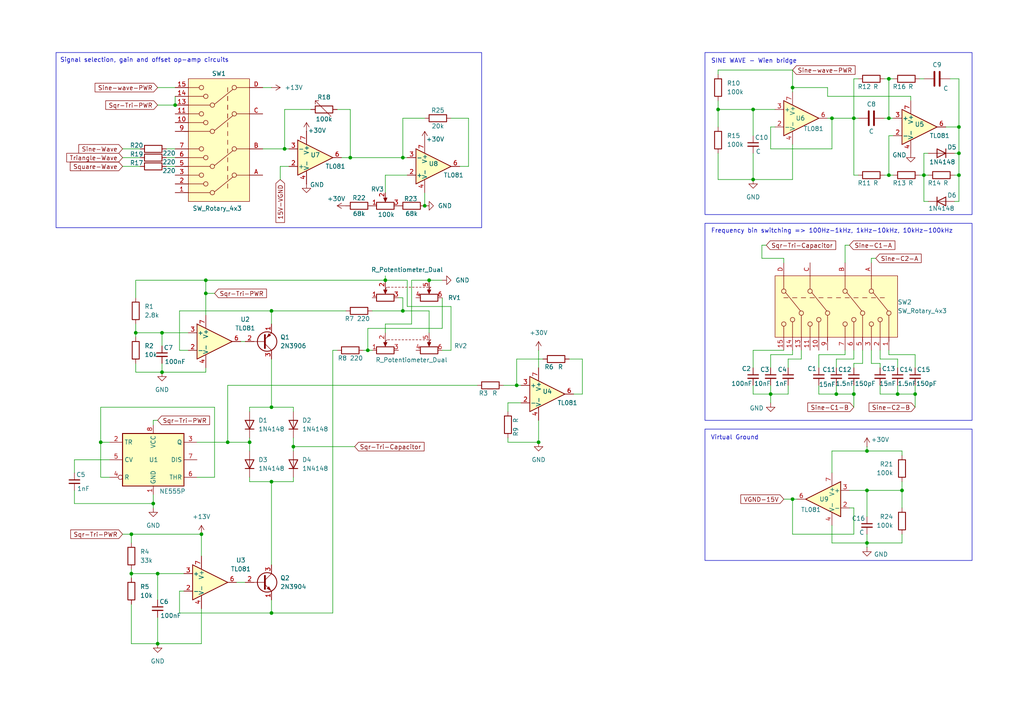
<source format=kicad_sch>
(kicad_sch (version 20250114) (generator "eeschema") (generator_version "9.0")
  (paper "A4")
  (title_block (title "E-Design 344 Analog Signal Generator Project") (date "2025-09-15") (rev "0.1") (company "BFJ KROG 27163296"))
  (lib_symbols
    (symbol "Amplifier_Operational:TL081" (pin_names (offset 0.127))
      (property "Reference" "U4" (at 0 0.762 0))
      (property "Value" "TL081" (at 5.842 -2.54 0))
      (symbol "TL081_1_1"
        (pin input line (at -7.62 2.54 0) (length 2.54) (name "+") (number "3"))
        (pin input line (at -7.62 -2.54 0) (length 2.54) (name "-") (number "2"))
        (pin power_in line (at -2.54 7.62 270) (length 3.81) (name "V+") (number "7"))
        (pin power_in line (at -2.54 -7.62 90) (length 3.81) (name "V-") (number "4"))
        (pin no_connect line (at 0 2.54 270) (length 2.54) (hide yes) (name "NC") (number "8"))
        (pin output line (at 7.62 0 180) (length 2.54) (name "~") (number "6"))
      )
    )
    (symbol "Device:C" (pin_numbers (hide yes)) (pin_names (offset 0.254))
      (property "Reference" "C" (at 0.635 2.54 0))
      (property "Value" "C" (at 0.635 -2.54 0))
      (symbol "C_1_1"
        (pin passive line (at 0 3.81 270) (length 2.794) (name "~") (number "1"))
        (pin passive line (at 0 -3.81 90) (length 2.794) (name "~") (number "2"))
      )
    )
    (symbol "Device:C_Small" (pin_numbers (hide yes)) (pin_names (offset 0.254) (hide yes))
      (property "Reference" "C" (at 0.254 1.778 0))
      (property "Value" "C_Small" (at 0.254 -2.032 0))
      (symbol "C_Small_1_1"
        (pin passive line (at 0 2.54 270) (length 2.032) (name "~") (number "1"))
        (pin passive line (at 0 -2.54 90) (length 2.032) (name "~") (number "2"))
      )
    )
    (symbol "Device:R" (pin_numbers (hide yes)) (pin_names (offset 0))
      (property "Reference" "R" (at 2.032 0 90))
      (property "Value" "R" (at 0 0 90))
      (symbol "R_1_1"
        (pin passive line (at 0 3.81 270) (length 1.27) (name "~") (number "1"))
        (pin passive line (at 0 -3.81 90) (length 1.27) (name "~") (number "2"))
      )
    )
    (symbol "Device:R_Potentiometer" (pin_names (offset 1.016) (hide yes))
      (property "Reference" "RV" (at -4.445 0 90))
      (property "Value" "R_Potentiometer" (at -2.54 0 90))
      (symbol "R_Potentiometer_1_1"
        (pin passive line (at 0 3.81 270) (length 1.27) (name "1") (number "1"))
        (pin passive line (at 0 -3.81 90) (length 1.27) (name "3") (number "3"))
        (pin passive line (at 3.81 0 180) (length 1.27) (name "2") (number "2"))
      )
    )
    (symbol "Device:R_Potentiometer_Dual" (pin_names (offset 1.016) (hide yes))
      (property "Reference" "RV" (at 0 3.81 0))
      (property "Value" "R_Potentiometer_Dual" (at 0 1.905 0))
      (symbol "R_Potentiometer_Dual_1_1"
        (pin passive line (at -10.16 -2.54 0) (length 1.27) (name "1") (number "1"))
        (pin passive line (at -6.35 2.54 270) (length 2.54) (name "2") (number "2"))
        (pin passive line (at -2.54 -2.54 180) (length 1.27) (name "3") (number "3"))
        (pin passive line (at 2.54 -2.54 0) (length 1.27) (name "4") (number "4"))
        (pin passive line (at 6.35 2.54 270) (length 2.54) (name "5") (number "5"))
        (pin passive line (at 10.16 -2.54 180) (length 1.27) (name "6") (number "6"))
      )
    )
    (symbol "Device:R_Variable" (pin_numbers (hide yes)) (pin_names (offset 0))
      (property "Reference" "R" (at 2.54 -2.54 90))
      (property "Value" "R_Variable" (at -2.54 -1.27 90))
      (symbol "R_Variable_1_1"
        (pin passive line (at 0 3.81 270) (length 1.27) (name "~") (number "1"))
        (pin passive line (at 0 -3.81 90) (length 1.27) (name "~") (number "2"))
      )
    )
    (symbol "Diode:1N4148" (pin_numbers (hide yes)) (pin_names (hide yes))
      (property "Reference" "D" (at 0 2.54 0))
      (property "Value" "1N4148" (at 0 -2.54 0))
      (symbol "1N4148_1_1"
        (pin passive line (at -3.81 0 0) (length 2.54) (name "K") (number "1"))
        (pin passive line (at 3.81 0 180) (length 2.54) (name "A") (number "2"))
      )
    )
    (symbol "Switch:SW_Rotary_2x6" (pin_names (offset 1.016) (hide yes))
      (property "Reference" "SW2" (at -1.2701 17.78 90))
      (property "Value" "SW_Rotary_4x3" (at 1.2699 17.78 90))
      (symbol "SW_Rotary_2x6_1_1"
        (pin passive line (at -12.7 10.16 0) (length 3.81) (name "A") (number "A"))
        (pin passive line (at -12.7 2.54 0) (length 3.81) (name "B") (number "B"))
        (pin passive line (at -12.7 -7.62 0) (length 3.81) (name "C") (number "C"))
        (pin passive line (at -12.7 -15.24 0) (length 3.81) (name "D") (number "D"))
        (pin passive line (at 12.7 15.24 180) (length 3.81) (name "1") (number "1"))
        (pin passive line (at 12.7 12.7 180) (length 3.81) (name "2") (number "2"))
        (pin passive line (at 12.7 10.16 180) (length 3.81) (name "3") (number "3"))
        (pin passive line (at 12.7 7.62 180) (length 3.81) (name "1") (number "5"))
        (pin passive line (at 12.7 5.08 180) (length 3.81) (name "2") (number "6"))
        (pin passive line (at 12.7 2.54 180) (length 3.81) (name "3") (number "7"))
        (pin passive line (at 12.7 -2.54 180) (length 3.81) (name "1") (number "9"))
        (pin passive line (at 12.7 -5.08 180) (length 3.81) (name "2") (number "10"))
        (pin passive line (at 12.7 -7.62 180) (length 3.81) (name "3") (number "11"))
        (pin passive line (at 12.7 -10.16 180) (length 3.81) (name "1") (number "13"))
        (pin passive line (at 12.7 -12.7 180) (length 3.81) (name "2") (number "14"))
        (pin passive line (at 12.7 -15.24 180) (length 3.81) (name "3") (number "15"))
      )
    )
    (symbol "TL081_1" (pin_names (offset 0.127))
      (property "Reference" "U3" (at 8.89 6.4202 0))
      (property "Value" "TL081" (at 8.89 3.8802 0))
      (symbol "TL081_1_1_1"
        (pin input line (at -7.62 2.54 0) (length 2.54) (name "+") (number "3"))
        (pin input line (at -7.62 -2.54 0) (length 2.54) (name "-") (number "2"))
        (pin power_in line (at -2.54 7.62 270) (length 3.81) (name "V+") (number "7"))
        (pin power_in line (at -2.54 -7.62 90) (length 3.81) (name "V-") (number "4"))
        (pin no_connect line (at 0 2.54 270) (length 2.54) (hide yes) (name "NC") (number "8"))
        (pin output line (at 7.62 0 180) (length 2.54) (name "~") (number "6"))
      )
    )
    (symbol "TL081_2" (pin_names (offset 0.127))
      (property "Reference" "U2" (at 8.89 6.4202 0))
      (property "Value" "TL081" (at 8.89 3.8802 0))
      (symbol "TL081_2_1_1"
        (pin input line (at -7.62 2.54 0) (length 2.54) (name "+") (number "3"))
        (pin input line (at -7.62 -2.54 0) (length 2.54) (name "-") (number "2"))
        (pin power_in line (at -2.54 7.62 270) (length 3.81) (name "V+") (number "7"))
        (pin power_in line (at -2.54 -7.62 90) (length 3.81) (name "V-") (number "4"))
        (pin no_connect line (at 0 2.54 270) (length 2.54) (hide yes) (name "NC") (number "8"))
        (pin output line (at 7.62 0 180) (length 2.54) (name "~") (number "6"))
      )
    )
    (symbol "TL081_3" (pin_names (offset 0.127))
      (property "Reference" "U7" (at 0 0.762 0))
      (property "Value" "TL081" (at 5.842 -2.54 0))
      (symbol "TL081_3_1_1"
        (pin input line (at -7.62 2.54 0) (length 2.54) (name "-") (number "3"))
        (pin input line (at -7.62 -2.54 0) (length 2.54) (name "+") (number "2"))
        (pin power_in line (at -2.54 7.62 270) (length 3.81) (name "V+") (number "7"))
        (pin power_in line (at -2.54 -7.62 90) (length 3.81) (name "V-") (number "4"))
        (pin no_connect line (at 0 2.54 270) (length 2.54) (hide yes) (name "NC") (number "8"))
        (pin output line (at 7.62 0 180) (length 2.54) (name "~") (number "6"))
      )
    )
    (symbol "Timer:NE555P"
      (property "Reference" "U" (at -10.16 8.89 0))
      (property "Value" "NE555P" (at 2.54 8.89 0))
      (symbol "NE555P_0_0"
        (pin power_in line (at 0 10.16 270) (length 2.54) (name "VCC") (number "8"))
        (pin power_in line (at 0 -10.16 90) (length 2.54) (name "GND") (number "1"))
      )
      (symbol "NE555P_1_1"
        (pin input line (at -12.7 5.08 0) (length 3.81) (name "TR") (number "2"))
        (pin input line (at -12.7 0 0) (length 3.81) (name "CV") (number "5"))
        (pin input inverted (at -12.7 -5.08 0) (length 3.81) (name "R") (number "4"))
        (pin output line (at 12.7 5.08 180) (length 3.81) (name "Q") (number "3"))
        (pin input line (at 12.7 0 180) (length 3.81) (name "DIS") (number "7"))
        (pin input line (at 12.7 -5.08 180) (length 3.81) (name "THR") (number "6"))
      )
    )
    (symbol "Transistor_BJT:2N3904" (pin_names (offset 0) (hide yes))
      (property "Reference" "Q" (at 5.08 1.905 0))
      (property "Value" "2N3904" (at 5.08 0 0))
      (symbol "2N3904_1_1"
        (pin input line (at -5.08 0 0) (length 2.54) (name "B") (number "2"))
        (pin passive line (at 2.54 5.08 270) (length 2.54) (name "C") (number "3"))
        (pin passive line (at 2.54 -5.08 90) (length 2.54) (name "E") (number "1"))
      )
    )
    (symbol "Transistor_BJT:2N3906" (pin_names (offset 0) (hide yes))
      (property "Reference" "Q" (at 5.08 1.905 0))
      (property "Value" "2N3906" (at 5.08 0 0))
      (symbol "2N3906_1_1"
        (pin input line (at -5.08 0 0) (length 2.54) (name "B") (number "2"))
        (pin passive line (at 2.54 5.08 270) (length 2.54) (name "C") (number "3"))
        (pin passive line (at 2.54 -5.08 90) (length 2.54) (name "E") (number "1"))
      )
    )
    (symbol "power:+15V" (power) (pin_numbers (hide yes)) (pin_names (offset 0) (hide yes))
      (property "Value" "+15V" (at 0 3.556 0))
      (symbol "+15V_1_1"
        (pin power_in line (at 0 0 90) (length 0) (name "~") (number "1"))
      )
    )
    (symbol "power:+36V" (power) (pin_numbers (hide yes)) (pin_names (offset 0) (hide yes))
      (property "Value" "+36V" (at 0 3.556 0))
      (symbol "+36V_1_1"
        (pin power_in line (at 0 0 90) (length 0) (name "~") (number "1"))
      )
    )
    (symbol "power:GND" (power) (pin_numbers (hide yes)) (pin_names (offset 0) (hide yes))
      (property "Value" "GND" (at 0 -3.81 0))
      (symbol "GND_1_1"
        (pin power_in line (at 0 0 270) (length 0) (name "~") (number "1"))
      )
    )
  )
  (rectangle (start 204.47 15.24) (end 281.94 62.23))
  (rectangle (start 204.47 124.46) (end 281.94 162.56))
  (rectangle (start 16.256 15.24) (end 139.7 66.04))
  (rectangle (start 204.47 64.77) (end 281.94 121.92))
  (text "Frequency bin switching => 100Hz-1kHz, 1kHz-10kHz, 10kHz-100kHz" (at 241.3 67.056 0) (effects (font (size 1.27 1.27))))
  (text "Signal selection, gain and offset op-amp circuits" (at 41.91 17.526 0) (effects (font (size 1.27 1.27))))
  (text "Virtual Ground" (at 213.106 127 0) (effects (font (size 1.27 1.27))))
  (text "SINE WAVE - Wien bridge" (at 218.694 17.78 0) (effects (font (size 1.27 1.27))))
  (junction (at 85.09 129.54))
  (junction (at 257.81 22.86))
  (junction (at 44.45 146.05))
  (junction (at 241.3 34.29))
  (junction (at 78.74 118.11))
  (junction (at 278.13 50.8))
  (junction (at 261.62 142.24))
  (junction (at 265.43 114.3))
  (junction (at 278.13 44.45))
  (junction (at 59.69 81.28))
  (junction (at 278.13 36.83))
  (junction (at 123.19 59.69))
  (junction (at 72.39 128.27))
  (junction (at 46.99 107.95))
  (junction (at 247.65 114.3))
  (junction (at 218.44 52.07))
  (junction (at 78.74 90.17))
  (junction (at 78.74 177.8))
  (junction (at 116.84 90.17))
  (junction (at 29.21 128.27))
  (junction (at 106.68 101.6))
  (junction (at 101.6 45.72))
  (junction (at 46.99 96.52))
  (junction (at 78.74 139.7))
  (junction (at 82.55 43.18))
  (junction (at 58.42 154.94))
  (junction (at 156.21 128.27))
  (junction (at 229.87 144.78))
  (junction (at 116.84 45.72))
  (junction (at 257.81 34.29))
  (junction (at 223.52 114.3))
  (junction (at 38.1 154.94))
  (junction (at 66.04 128.27))
  (junction (at 59.69 85.09))
  (junction (at 251.46 130.81))
  (junction (at 38.1 166.37))
  (junction (at 257.81 50.8))
  (junction (at 229.87 25.4))
  (junction (at 149.86 111.76))
  (junction (at 251.46 157.48))
  (junction (at 111.76 81.28))
  (junction (at 218.44 31.75))
  (junction (at 124.46 81.28))
  (junction (at 45.72 186.69))
  (junction (at 251.46 142.24))
  (junction (at 267.97 50.8))
  (junction (at 39.37 96.52))
  (junction (at 45.72 166.37))
  (junction (at 242.57 114.3))
  (junction (at 247.65 34.29))
  (junction (at 50.8 30.48))
  (junction (at 260.35 114.3))
  (junction (at 208.28 31.75))
  (wire (pts (xy 220.98 71.12) (xy 222.25 71.12)))
  (wire (pts (xy 257.81 34.29) (xy 259.08 34.29)))
  (wire (pts (xy 45.72 166.37) (xy 53.34 166.37)))
  (wire (pts (xy 251.46 142.24) (xy 251.46 149.86)))
  (wire (pts (xy 242.57 114.3) (xy 247.65 114.3)))
  (wire (pts (xy 72.39 127) (xy 72.39 128.27)))
  (wire (pts (xy 97.79 31.75) (xy 101.6 31.75)))
  (wire (pts (xy 266.7 50.8) (xy 267.97 50.8)))
  (wire (pts (xy 48.26 43.18) (xy 50.8 43.18)))
  (wire (pts (xy 116.84 34.29) (xy 116.84 45.72)))
  (wire (pts (xy 38.1 154.94) (xy 38.1 157.48)))
  (wire (pts (xy 241.3 34.29) (xy 241.3 43.18)))
  (wire (pts (xy 208.28 20.32) (xy 208.28 21.59)))
  (wire (pts (xy 241.3 34.29) (xy 240.03 34.29)))
  (wire (pts (xy 223.52 102.87) (xy 229.87 102.87)))
  (wire (pts (xy 38.1 154.94) (xy 58.42 154.94)))
  (wire (pts (xy 62.23 118.11) (xy 62.23 138.43)))
  (wire (pts (xy 240.03 27.94) (xy 264.16 27.94)))
  (wire (pts (xy 251.46 142.24) (xy 261.62 142.24)))
  (wire (pts (xy 39.37 81.28) (xy 59.69 81.28)))
  (wire (pts (xy 257.81 39.37) (xy 257.81 50.8)))
  (wire (pts (xy 278.13 44.45) (xy 276.86 44.45)))
  (wire (pts (xy 44.45 121.92) (xy 44.45 123.19)))
  (wire (pts (xy 246.38 71.12) (xy 245.11 71.12)))
  (wire (pts (xy 35.56 154.94) (xy 38.1 154.94)))
  (wire (pts (xy 111.76 96.52) (xy 111.76 93.98)))
  (wire (pts (xy 46.99 96.52) (xy 46.99 100.33)))
  (wire (pts (xy 274.32 36.83) (xy 278.13 36.83)))
  (wire (pts (xy 247.65 22.86) (xy 247.65 34.29)))
  (wire (pts (xy 278.13 22.86) (xy 278.13 36.83)))
  (wire (pts (xy 276.86 50.8) (xy 278.13 50.8)))
  (wire (pts (xy 78.74 177.8) (xy 52.07 177.8)))
  (wire (pts (xy 39.37 105.41) (xy 39.37 107.95)))
  (wire (pts (xy 35.56 43.18) (xy 40.64 43.18)))
  (wire (pts (xy 246.38 147.32) (xy 247.65 147.32)))
  (wire (pts (xy 247.65 106.68) (xy 247.65 105.41)))
  (wire (pts (xy 135.89 48.26) (xy 133.35 48.26)))
  (wire (pts (xy 227.33 76.2) (xy 227.33 74.93)))
  (wire (pts (xy 246.38 142.24) (xy 251.46 142.24)))
  (wire (pts (xy 208.28 31.75) (xy 218.44 31.75)))
  (wire (pts (xy 267.97 50.8) (xy 267.97 58.42)))
  (wire (pts (xy 276.86 58.42) (xy 278.13 58.42)))
  (wire (pts (xy 116.84 90.17) (xy 124.46 90.17)))
  (wire (pts (xy 45.72 25.4) (xy 50.8 25.4)))
  (wire (pts (xy 255.27 104.14) (xy 260.35 104.14)))
  (wire (pts (xy 261.62 139.7) (xy 261.62 142.24)))
  (wire (pts (xy 53.34 171.45) (xy 52.07 171.45)))
  (wire (pts (xy 66.04 128.27) (xy 72.39 128.27)))
  (wire (pts (xy 44.45 146.05) (xy 44.45 147.32)))
  (wire (pts (xy 247.65 105.41) (xy 250.19 105.41)))
  (wire (pts (xy 130.81 101.6) (xy 128.27 101.6)))
  (wire (pts (xy 257.81 22.86) (xy 257.81 34.29)))
  (wire (pts (xy 260.35 111.76) (xy 260.35 114.3)))
  (wire (pts (xy 85.09 129.54) (xy 102.87 129.54)))
  (wire (pts (xy 245.11 101.6) (xy 245.11 102.87)))
  (wire (pts (xy 44.45 146.05) (xy 44.45 143.51)))
  (wire (pts (xy 31.75 138.43) (xy 29.21 138.43)))
  (wire (pts (xy 45.72 179.07) (xy 45.72 186.69)))
  (wire (pts (xy 149.86 104.14) (xy 149.86 111.76)))
  (wire (pts (xy 229.87 20.32) (xy 229.87 25.4)))
  (wire (pts (xy 81.28 52.07) (xy 81.28 48.26)))
  (wire (pts (xy 96.52 101.6) (xy 96.52 177.8)))
  (wire (pts (xy 265.43 102.87) (xy 265.43 106.68)))
  (wire (pts (xy 269.24 44.45) (xy 267.97 44.45)))
  (wire (pts (xy 46.99 107.95) (xy 59.69 107.95)))
  (wire (pts (xy 118.11 81.28) (xy 118.11 88.9)))
  (wire (pts (xy 82.55 31.75) (xy 90.17 31.75)))
  (wire (pts (xy 248.92 22.86) (xy 247.65 22.86)))
  (wire (pts (xy 72.39 118.11) (xy 72.39 119.38)))
  (wire (pts (xy 251.46 157.48) (xy 241.3 157.48)))
  (wire (pts (xy 111.76 81.28) (xy 59.69 81.28)))
  (wire (pts (xy 130.81 88.9) (xy 130.81 101.6)))
  (wire (pts (xy 229.87 144.78) (xy 229.87 154.94)))
  (wire (pts (xy 52.07 171.45) (xy 52.07 177.8)))
  (wire (pts (xy 218.44 44.45) (xy 218.44 52.07)))
  (wire (pts (xy 45.72 30.48) (xy 50.8 30.48)))
  (wire (pts (xy 45.72 166.37) (xy 45.72 173.99)))
  (wire (pts (xy 35.56 45.72) (xy 40.64 45.72)))
  (wire (pts (xy 242.57 104.14) (xy 242.57 106.68)))
  (wire (pts (xy 46.99 105.41) (xy 46.99 107.95)))
  (wire (pts (xy 78.74 139.7) (xy 85.09 139.7)))
  (wire (pts (xy 116.84 34.29) (xy 123.19 34.29)))
  (wire (pts (xy 78.74 118.11) (xy 72.39 118.11)))
  (wire (pts (xy 255.27 105.41) (xy 252.73 105.41)))
  (wire (pts (xy 52.07 101.6) (xy 52.07 90.17)))
  (wire (pts (xy 106.68 95.25) (xy 106.68 101.6)))
  (wire (pts (xy 247.65 147.32) (xy 247.65 154.94)))
  (wire (pts (xy 59.69 85.09) (xy 62.23 85.09)))
  (wire (pts (xy 128.27 95.25) (xy 106.68 95.25)))
  (wire (pts (xy 261.62 130.81) (xy 251.46 130.81)))
  (wire (pts (xy 85.09 138.43) (xy 85.09 139.7)))
  (wire (pts (xy 96.52 101.6) (xy 97.79 101.6)))
  (wire (pts (xy 72.39 139.7) (xy 78.74 139.7)))
  (wire (pts (xy 245.11 71.12) (xy 245.11 76.2)))
  (wire (pts (xy 39.37 96.52) (xy 39.37 97.79)))
  (wire (pts (xy 228.6 114.3) (xy 228.6 111.76)))
  (wire (pts (xy 48.26 48.26) (xy 50.8 48.26)))
  (wire (pts (xy 208.28 31.75) (xy 208.28 36.83)))
  (wire (pts (xy 208.28 20.32) (xy 229.87 20.32)))
  (wire (pts (xy 123.19 55.88) (xy 123.19 59.69)))
  (wire (pts (xy 248.92 50.8) (xy 247.65 50.8)))
  (wire (pts (xy 229.87 144.78) (xy 231.14 144.78)))
  (wire (pts (xy 39.37 81.28) (xy 39.37 86.36)))
  (wire (pts (xy 278.13 58.42) (xy 278.13 50.8)))
  (wire (pts (xy 72.39 138.43) (xy 72.39 139.7)))
  (wire (pts (xy 255.27 114.3) (xy 260.35 114.3)))
  (wire (pts (xy 252.73 74.93) (xy 252.73 76.2)))
  (wire (pts (xy 242.57 111.76) (xy 242.57 114.3)))
  (wire (pts (xy 265.43 114.3) (xy 265.43 111.76)))
  (wire (pts (xy 46.99 107.95) (xy 39.37 107.95)))
  (wire (pts (xy 165.1 104.14) (xy 168.91 104.14)))
  (wire (pts (xy 135.89 34.29) (xy 135.89 48.26)))
  (wire (pts (xy 147.32 119.38) (xy 147.32 116.84)))
  (wire (pts (xy 218.44 52.07) (xy 229.87 52.07)))
  (wire (pts (xy 256.54 50.8) (xy 257.81 50.8)))
  (wire (pts (xy 106.68 101.6) (xy 107.95 101.6)))
  (wire (pts (xy 223.52 106.68) (xy 223.52 102.87)))
  (wire (pts (xy 218.44 31.75) (xy 224.79 31.75)))
  (wire (pts (xy 237.49 114.3) (xy 242.57 114.3)))
  (wire (pts (xy 250.19 105.41) (xy 250.19 101.6)))
  (wire (pts (xy 208.28 44.45) (xy 208.28 52.07)))
  (wire (pts (xy 119.38 93.98) (xy 119.38 81.28)))
  (wire (pts (xy 278.13 36.83) (xy 278.13 44.45)))
  (wire (pts (xy 111.76 93.98) (xy 119.38 93.98)))
  (wire (pts (xy 275.59 22.86) (xy 278.13 22.86)))
  (wire (pts (xy 240.03 25.4) (xy 240.03 27.94)))
  (wire (pts (xy 128.27 86.36) (xy 128.27 95.25)))
  (wire (pts (xy 255.27 111.76) (xy 255.27 114.3)))
  (wire (pts (xy 229.87 41.91) (xy 229.87 52.07)))
  (wire (pts (xy 224.79 36.83) (xy 223.52 36.83)))
  (wire (pts (xy 107.95 90.17) (xy 116.84 90.17)))
  (wire (pts (xy 45.72 186.69) (xy 38.1 186.69)))
  (wire (pts (xy 38.1 165.1) (xy 38.1 166.37)))
  (wire (pts (xy 156.21 101.6) (xy 156.21 106.68)))
  (wire (pts (xy 218.44 31.75) (xy 218.44 39.37)))
  (wire (pts (xy 59.69 85.09) (xy 59.69 91.44)))
  (wire (pts (xy 119.38 81.28) (xy 124.46 81.28)))
  (wire (pts (xy 118.11 88.9) (xy 130.81 88.9)))
  (wire (pts (xy 251.46 158.75) (xy 251.46 157.48)))
  (wire (pts (xy 29.21 118.11) (xy 29.21 128.27)))
  (wire (pts (xy 111.76 80.01) (xy 111.76 81.28)))
  (wire (pts (xy 256.54 34.29) (xy 257.81 34.29)))
  (wire (pts (xy 247.65 114.3) (xy 247.65 111.76)))
  (wire (pts (xy 208.28 29.21) (xy 208.28 31.75)))
  (wire (pts (xy 261.62 130.81) (xy 261.62 132.08)))
  (wire (pts (xy 111.76 55.88) (xy 111.76 50.8)))
  (wire (pts (xy 264.16 27.94) (xy 264.16 29.21)))
  (wire (pts (xy 261.62 142.24) (xy 261.62 147.32)))
  (wire (pts (xy 66.04 128.27) (xy 66.04 111.76)))
  (wire (pts (xy 149.86 104.14) (xy 157.48 104.14)))
  (wire (pts (xy 85.09 119.38) (xy 85.09 118.11)))
  (wire (pts (xy 82.55 43.18) (xy 83.82 43.18)))
  (wire (pts (xy 35.56 48.26) (xy 40.64 48.26)))
  (wire (pts (xy 146.05 111.76) (xy 149.86 111.76)))
  (wire (pts (xy 255.27 106.68) (xy 255.27 105.41)))
  (wire (pts (xy 149.86 111.76) (xy 151.13 111.76)))
  (wire (pts (xy 76.2 25.4) (xy 78.74 25.4)))
  (wire (pts (xy 257.81 39.37) (xy 259.08 39.37)))
  (wire (pts (xy 78.74 104.14) (xy 78.74 118.11)))
  (wire (pts (xy 46.99 96.52) (xy 54.61 96.52)))
  (wire (pts (xy 267.97 44.45) (xy 267.97 50.8)))
  (wire (pts (xy 229.87 102.87) (xy 229.87 101.6)))
  (wire (pts (xy 257.81 101.6) (xy 257.81 102.87)))
  (wire (pts (xy 58.42 154.94) (xy 58.42 161.29)))
  (wire (pts (xy 116.84 45.72) (xy 118.11 45.72)))
  (wire (pts (xy 247.65 101.6) (xy 247.65 104.14)))
  (wire (pts (xy 255.27 101.6) (xy 255.27 104.14)))
  (wire (pts (xy 168.91 114.3) (xy 166.37 114.3)))
  (wire (pts (xy 257.81 22.86) (xy 259.08 22.86)))
  (wire (pts (xy 21.59 142.24) (xy 21.59 146.05)))
  (wire (pts (xy 257.81 50.8) (xy 259.08 50.8)))
  (wire (pts (xy 124.46 90.17) (xy 124.46 96.52)))
  (wire (pts (xy 111.76 81.28) (xy 118.11 81.28)))
  (wire (pts (xy 39.37 96.52) (xy 46.99 96.52)))
  (wire (pts (xy 265.43 114.3) (xy 265.43 118.11)))
  (wire (pts (xy 252.73 101.6) (xy 252.73 105.41)))
  (wire (pts (xy 52.07 90.17) (xy 78.74 90.17)))
  (wire (pts (xy 54.61 101.6) (xy 52.07 101.6)))
  (wire (pts (xy 218.44 101.6) (xy 218.44 106.68)))
  (wire (pts (xy 29.21 118.11) (xy 62.23 118.11)))
  (wire (pts (xy 76.2 43.18) (xy 82.55 43.18)))
  (wire (pts (xy 29.21 138.43) (xy 29.21 128.27)))
  (wire (pts (xy 247.65 114.3) (xy 247.65 118.11)))
  (wire (pts (xy 130.81 34.29) (xy 135.89 34.29)))
  (wire (pts (xy 48.26 45.72) (xy 50.8 45.72)))
  (wire (pts (xy 147.32 128.27) (xy 156.21 128.27)))
  (wire (pts (xy 218.44 111.76) (xy 218.44 114.3)))
  (wire (pts (xy 251.46 130.81) (xy 241.3 130.81)))
  (wire (pts (xy 223.52 111.76) (xy 223.52 114.3)))
  (wire (pts (xy 45.72 121.92) (xy 44.45 121.92)))
  (wire (pts (xy 96.52 177.8) (xy 78.74 177.8)))
  (wire (pts (xy 21.59 137.16) (xy 21.59 133.35)))
  (wire (pts (xy 223.52 114.3) (xy 218.44 114.3)))
  (wire (pts (xy 232.41 104.14) (xy 232.41 101.6)))
  (wire (pts (xy 116.84 86.36) (xy 115.57 86.36)))
  (wire (pts (xy 241.3 43.18) (xy 223.52 43.18)))
  (wire (pts (xy 261.62 154.94) (xy 261.62 157.48)))
  (wire (pts (xy 251.46 129.54) (xy 251.46 130.81)))
  (wire (pts (xy 21.59 146.05) (xy 44.45 146.05)))
  (wire (pts (xy 223.52 114.3) (xy 228.6 114.3)))
  (wire (pts (xy 229.87 154.94) (xy 247.65 154.94)))
  (wire (pts (xy 85.09 118.11) (xy 78.74 118.11)))
  (wire (pts (xy 278.13 44.45) (xy 278.13 50.8)))
  (wire (pts (xy 57.15 138.43) (xy 62.23 138.43)))
  (wire (pts (xy 245.11 102.87) (xy 237.49 102.87)))
  (wire (pts (xy 228.6 104.14) (xy 232.41 104.14)))
  (wire (pts (xy 247.65 34.29) (xy 247.65 50.8)))
  (wire (pts (xy 105.41 101.6) (xy 106.68 101.6)))
  (wire (pts (xy 241.3 34.29) (xy 247.65 34.29)))
  (wire (pts (xy 247.65 34.29) (xy 248.92 34.29)))
  (wire (pts (xy 101.6 31.75) (xy 101.6 45.72)))
  (wire (pts (xy 58.42 176.53) (xy 58.42 186.69)))
  (wire (pts (xy 241.3 152.4) (xy 241.3 157.48)))
  (wire (pts (xy 116.84 86.36) (xy 116.84 90.17)))
  (wire (pts (xy 45.72 186.69) (xy 58.42 186.69)))
  (wire (pts (xy 59.69 107.95) (xy 59.69 106.68)))
  (wire (pts (xy 69.85 99.06) (xy 71.12 99.06)))
  (wire (pts (xy 256.54 22.86) (xy 257.81 22.86)))
  (wire (pts (xy 267.97 50.8) (xy 269.24 50.8)))
  (wire (pts (xy 78.74 90.17) (xy 78.74 93.98)))
  (wire (pts (xy 128.27 81.28) (xy 124.46 81.28)))
  (wire (pts (xy 227.33 74.93) (xy 220.98 74.93)))
  (wire (pts (xy 68.58 168.91) (xy 71.12 168.91)))
  (wire (pts (xy 220.98 74.93) (xy 220.98 71.12)))
  (wire (pts (xy 237.49 111.76) (xy 237.49 114.3)))
  (wire (pts (xy 257.81 102.87) (xy 265.43 102.87)))
  (wire (pts (xy 254 74.93) (xy 252.73 74.93)))
  (wire (pts (xy 267.97 58.42) (xy 269.24 58.42)))
  (wire (pts (xy 82.55 31.75) (xy 82.55 43.18)))
  (wire (pts (xy 241.3 130.81) (xy 241.3 137.16)))
  (wire (pts (xy 260.35 114.3) (xy 265.43 114.3)))
  (wire (pts (xy 50.8 27.94) (xy 50.8 30.48)))
  (wire (pts (xy 66.04 111.76) (xy 138.43 111.76)))
  (wire (pts (xy 38.1 175.26) (xy 38.1 186.69)))
  (wire (pts (xy 156.21 121.92) (xy 156.21 128.27)))
  (wire (pts (xy 229.87 25.4) (xy 229.87 26.67)))
  (wire (pts (xy 260.35 104.14) (xy 260.35 106.68)))
  (wire (pts (xy 237.49 102.87) (xy 237.49 106.68)))
  (wire (pts (xy 72.39 128.27) (xy 72.39 130.81)))
  (wire (pts (xy 101.6 45.72) (xy 116.84 45.72)))
  (wire (pts (xy 38.1 166.37) (xy 45.72 166.37)))
  (wire (pts (xy 229.87 25.4) (xy 240.03 25.4)))
  (wire (pts (xy 81.28 48.26) (xy 83.82 48.26)))
  (wire (pts (xy 39.37 93.98) (xy 39.37 96.52)))
  (wire (pts (xy 85.09 129.54) (xy 85.09 130.81)))
  (wire (pts (xy 85.09 127) (xy 85.09 129.54)))
  (wire (pts (xy 251.46 157.48) (xy 261.62 157.48)))
  (wire (pts (xy 223.52 36.83) (xy 223.52 43.18)))
  (wire (pts (xy 29.21 128.27) (xy 31.75 128.27)))
  (wire (pts (xy 78.74 90.17) (xy 100.33 90.17)))
  (wire (pts (xy 147.32 127) (xy 147.32 128.27)))
  (wire (pts (xy 78.74 139.7) (xy 78.74 163.83)))
  (wire (pts (xy 228.6 104.14) (xy 228.6 106.68)))
  (wire (pts (xy 247.65 104.14) (xy 242.57 104.14)))
  (wire (pts (xy 147.32 116.84) (xy 151.13 116.84)))
  (wire (pts (xy 111.76 50.8) (xy 118.11 50.8)))
  (wire (pts (xy 223.52 114.3) (xy 223.52 116.84)))
  (wire (pts (xy 21.59 133.35) (xy 31.75 133.35)))
  (wire (pts (xy 38.1 166.37) (xy 38.1 167.64)))
  (wire (pts (xy 101.6 45.72) (xy 99.06 45.72)))
  (wire (pts (xy 57.15 128.27) (xy 66.04 128.27)))
  (wire (pts (xy 78.74 173.99) (xy 78.74 177.8)))
  (wire (pts (xy 59.69 81.28) (xy 59.69 85.09)))
  (wire (pts (xy 251.46 154.94) (xy 251.46 157.48)))
  (wire (pts (xy 218.44 52.07) (xy 208.28 52.07)))
  (wire (pts (xy 227.33 144.78) (xy 229.87 144.78)))
  (wire (pts (xy 218.44 101.6) (xy 227.33 101.6)))
  (wire (pts (xy 266.7 22.86) (xy 267.97 22.86)))
  (wire (pts (xy 168.91 104.14) (xy 168.91 114.3)))
  (global_label "Square-Wave" (shape input) (at 35.56 48.26 180) (property "Intersheetrefs" "${INTERSHEET_REFS}" (effects (hide yes))))
  (global_label "VGND-15V" (shape input) (at 227.33 144.78 180) (property "Intersheetrefs" "${INTERSHEET_REFS}" (effects (hide yes))))
  (global_label "Sine-wave-PWR" (shape input) (at 45.72 25.4 180) (property "Intersheetrefs" "${INTERSHEET_REFS}" (effects (hide yes))))
  (global_label "Sqr-Tri-PWR" (shape input) (at 45.72 30.48 180) (property "Intersheetrefs" "${INTERSHEET_REFS}" (effects (hide yes))))
  (global_label "Triangle-Wave" (shape input) (at 35.56 45.72 180) (property "Intersheetrefs" "${INTERSHEET_REFS}" (effects (hide yes))))
  (global_label "Sine-C1-A" (shape input) (at 246.38 71.12 0) (property "Intersheetrefs" "${INTERSHEET_REFS}" (effects (hide yes))))
  (global_label "Sine-C2-B" (shape input) (at 265.43 118.11 180) (property "Intersheetrefs" "${INTERSHEET_REFS}" (effects (hide yes))))
  (global_label "Sqr-Tri-Capacitor" (shape input) (at 102.87 129.54 0) (property "Intersheetrefs" "${INTERSHEET_REFS}" (effects (hide yes))))
  (global_label "Sqr-Tri-PWR" (shape input) (at 45.72 121.92 0) (property "Intersheetrefs" "${INTERSHEET_REFS}" (effects (hide yes))))
  (global_label "Sqr-Tri-Capacitor" (shape input) (at 222.25 71.12 0) (property "Intersheetrefs" "${INTERSHEET_REFS}" (effects (hide yes))))
  (global_label "Sine-C1-B" (shape input) (at 247.65 118.11 180) (property "Intersheetrefs" "${INTERSHEET_REFS}" (effects (hide yes))))
  (global_label "15V-VGND" (shape input) (at 81.28 52.07 270) (property "Intersheetrefs" "${INTERSHEET_REFS}" (effects (hide yes))))
  (global_label "Sqr-Tri-PWR" (shape input) (at 35.56 154.94 180) (property "Intersheetrefs" "${INTERSHEET_REFS}" (effects (hide yes))))
  (global_label "Sine-wave-PWR" (shape input) (at 229.87 20.32 0) (property "Intersheetrefs" "${INTERSHEET_REFS}" (effects (hide yes))))
  (global_label "Sqr-Tri-PWR" (shape input) (at 62.23 85.09 0) (property "Intersheetrefs" "${INTERSHEET_REFS}" (effects (hide yes))))
  (global_label "Sine-C2-A" (shape input) (at 254 74.93 0) (property "Intersheetrefs" "${INTERSHEET_REFS}" (effects (hide yes))))
  (global_label "Sine-Wave" (shape input) (at 35.56 43.18 180) (property "Intersheetrefs" "${INTERSHEET_REFS}" (effects (hide yes))))
  (symbol (lib_id "power:GND") (at 128.27 81.28 90) (unit 1)
    (property "Reference" "#PWR09" (effects (hide yes)))
    (property "Value" "GND" (at 132.08 81.2799 90) (effects (justify right)))
    (property "Description" "Power symbol creates a global label with name \"GND\" , ground" (effects (hide yes)))
  )
  (symbol (lib_id "Device:R") (at 273.05 50.8 90) (unit 1)
    (property "Reference" "R14" (at 271.018 53.086 90))
    (property "Value" "R" (at 274.32 53.086 90))
    (property "Description" "Resistor" (effects (hide yes)))
  )
  (symbol (lib_name "TL081_3") (lib_id "Amplifier_Operational:TL081") (at 125.73 48.26 0) (unit 1)
    (property "Reference" "U8" (at 125.73 47.498 0))
    (property "Value" "TL081" (at 131.572 50.8 0))
    (property "Footprint" "Package_DIP:DIP-8_W7.62mm" (effects (hide yes)))
    (property "Datasheet" "http://www.ti.com/lit/ds/symlink/tl081.pdf" (effects (hide yes)))
    (property "Description" "Single JFET-Input Operational Amplifiers, DIP-8/SOIC-8" (effects (hide yes)))
  )
  (symbol (lib_id "Switch:SW_Rotary_2x6") (at 63.5 40.64 180) (unit 1)
    (property "Reference" "SW1" (at 63.5 21.336 0))
    (property "Value" "SW_Rotary_4x3" (at 62.992 60.452 0))
    (property "Datasheet" "http://cdn-reichelt.de/documents/datenblatt/C200/DS-Serie%23LOR.pdf" (effects (hide yes)))
    (property "Description" "4 rotary switch with 3 positions" (effects (hide yes)))
  )
  (symbol (lib_id "Device:C_Small") (at 218.44 109.22 0) (unit 1)
    (property "Reference" "C2" (at 215.138 106.934 0) (effects (justify left)))
    (property "Value" "100nF" (at 212.09 111.252 0) (effects (justify left)))
    (property "Description" "Unpolarized capacitor, small symbol" (effects (hide yes)))
  )
  (symbol (lib_id "Device:R") (at 208.28 25.4 0) (unit 1)
    (property "Reference" "R10" (at 210.82 24.1299 0) (effects (justify left)))
    (property "Value" "100k" (at 210.82 26.6699 0) (effects (justify left)))
    (property "Description" "Resistor" (effects (hide yes)))
  )
  (symbol (lib_id "Device:R_Potentiometer_Dual") (at 118.11 83.82 0) (unit 1)
    (property "Reference" "RV1" (at 131.826 86.36 0))
    (property "Value" "R_Potentiometer_Dual" (at 118.11 78.232 0))
    (property "Description" "Dual potentiometer" (effects (hide yes)))
  )
  (symbol (lib_id "Device:C_Small") (at 237.49 109.22 0) (unit 1)
    (property "Reference" "C1" (at 234.188 106.934 0) (effects (justify left)))
    (property "Value" "15nF" (at 237.49 111.506 0) (effects (justify left)))
    (property "Description" "Unpolarized capacitor, small symbol" (effects (hide yes)))
  )
  (symbol (lib_id "Device:R") (at 252.73 22.86 90) (unit 1)
    (property "Reference" "R12" (at 250.698 25.146 90))
    (property "Value" "R" (at 254 25.146 90))
    (property "Description" "Resistor" (effects (hide yes)))
  )
  (symbol (lib_id "power:+15V") (at 123.19 40.64 0) (unit 1)
    (property "Reference" "#PWR05" (effects (hide yes)))
    (property "Value" "+30V" (at 126.238 40.386 0))
    (property "Description" "Power symbol creates a global label with name \"+13V\"" (effects (hide yes)))
  )
  (symbol (lib_id "Diode:1N4148") (at 85.09 123.19 90) (unit 1)
    (property "Reference" "D2" (at 87.63 121.9199 90) (effects (justify right)))
    (property "Value" "1N4148" (at 87.63 124.4599 90) (effects (justify right)))
    (property "Footprint" "Diode_THT:D_DO-35_SOD27_P7.62mm_Horizontal" (effects (hide yes)))
    (property "Datasheet" "https://assets.nexperia.com/documents/data-sheet/1N4148_1N4448.pdf" (effects (hide yes)))
    (property "Description" "100V 0.15A standard switching diode, DO-35" (effects (hide yes)))
    (property "Sim.Device" "D" (effects (hide yes)))
    (property "Sim.Pins" "1=K 2=A" (effects (hide yes)))
  )
  (symbol (lib_id "Device:R") (at 142.24 111.76 90) (unit 1)
    (property "Reference" "R3" (at 140.208 114.046 90))
    (property "Value" "R" (at 143.51 114.046 90))
    (property "Description" "Resistor" (effects (hide yes)))
  )
  (symbol (lib_name "TL081_1") (lib_id "Amplifier_Operational:TL081") (at 232.41 34.29 0) (unit 1)
    (property "Reference" "U6" (at 232.156 34.29 0))
    (property "Value" "TL081" (at 235.966 37.338 0))
    (property "Footprint" "Package_DIP:DIP-8_W7.62mm" (effects (hide yes)))
    (property "Datasheet" "http://www.ti.com/lit/ds/symlink/tl081.pdf" (effects (hide yes)))
    (property "Description" "Single JFET-Input Operational Amplifiers, DIP-8/SOIC-8" (effects (hide yes)))
  )
  (symbol (lib_id "Device:R") (at 38.1 171.45 0) (unit 1)
    (property "Reference" "R5" (at 40.64 170.1799 0) (effects (justify left)))
    (property "Value" "10k" (at 40.64 172.7199 0) (effects (justify left)))
    (property "Description" "Resistor" (effects (hide yes)))
  )
  (symbol (lib_id "Switch:SW_Rotary_2x6") (at 242.57 88.9 270) (unit 1)
    (property "Reference" "SW2" (at 260.35 87.6299 90) (effects (justify left)))
    (property "Value" "SW_Rotary_4x3" (at 260.35 90.1699 90) (effects (justify left)))
    (property "Datasheet" "http://cdn-reichelt.de/documents/datenblatt/C200/DS-Serie%23LOR.pdf" (effects (hide yes)))
    (property "Description" "4 rotary switch with 3 positions" (effects (hide yes)))
  )
  (symbol (lib_id "Device:C") (at 252.73 34.29 90) (unit 1)
    (property "Reference" "C8" (at 252.73 30.226 90))
    (property "Value" "C" (at 252.73 38.1 90))
    (property "Description" "Unpolarized capacitor" (effects (hide yes)))
  )
  (symbol (lib_id "Device:R") (at 38.1 161.29 0) (unit 1)
    (property "Reference" "R4" (at 40.64 160.0199 0) (effects (justify left)))
    (property "Value" "33k" (at 40.64 162.5599 0) (effects (justify left)))
    (property "Description" "Resistor" (effects (hide yes)))
  )
  (symbol (lib_id "Device:C_Small") (at 242.57 109.22 0) (unit 1)
    (property "Reference" "C11" (at 238.506 107.188 0) (effects (justify left)))
    (property "Value" "1.5nF" (at 242.316 111.252 0) (effects (justify left)))
    (property "Description" "Unpolarized capacitor, small symbol" (effects (hide yes)))
  )
  (symbol (lib_id "Diode:1N4148") (at 72.39 123.19 90) (unit 1)
    (property "Reference" "D1" (at 74.93 121.9199 90) (effects (justify right)))
    (property "Value" "1N4148" (at 74.93 124.4599 90) (effects (justify right)))
    (property "Footprint" "Diode_THT:D_DO-35_SOD27_P7.62mm_Horizontal" (effects (hide yes)))
    (property "Datasheet" "https://assets.nexperia.com/documents/data-sheet/1N4148_1N4448.pdf" (effects (hide yes)))
    (property "Description" "100V 0.15A standard switching diode, DO-35" (effects (hide yes)))
    (property "Sim.Device" "D" (effects (hide yes)))
    (property "Sim.Pins" "1=K 2=A" (effects (hide yes)))
  )
  (symbol (lib_id "Device:R") (at 119.38 59.69 90) (unit 1)
    (property "Reference" "R23" (at 119.126 57.658 90))
    (property "Value" "68k" (at 119.38 61.976 90))
    (property "Description" "Resistor" (effects (hide yes)))
  )
  (symbol (lib_name "TL081_2") (lib_id "Amplifier_Operational:TL081") (at 62.23 99.06 0) (unit 1)
    (property "Reference" "U2" (at 71.12 92.6398 0))
    (property "Value" "TL081" (at 71.12 95.1798 0))
    (property "Footprint" "Package_DIP:DIP-8_W7.62mm" (effects (hide yes)))
    (property "Datasheet" "http://www.ti.com/lit/ds/symlink/tl081.pdf" (effects (hide yes)))
    (property "Description" "Single JFET-Input Operational Amplifiers, DIP-8/SOIC-8" (effects (hide yes)))
  )
  (symbol (lib_id "Device:C_Small") (at 21.59 139.7 0) (unit 1)
    (property "Reference" "C5" (at 22.098 137.668 0) (effects (justify left)))
    (property "Value" "1nF" (at 22.352 141.732 0) (effects (justify left)))
    (property "Description" "Unpolarized capacitor, small symbol" (effects (hide yes)))
  )
  (symbol (lib_name "TL081_3") (lib_id "Amplifier_Operational:TL081") (at 91.44 45.72 0) (unit 1)
    (property "Reference" "U7" (at 91.44 44.958 0))
    (property "Value" "TL081" (at 97.282 48.26 0))
    (property "Footprint" "Package_DIP:DIP-8_W7.62mm" (effects (hide yes)))
    (property "Datasheet" "http://www.ti.com/lit/ds/symlink/tl081.pdf" (effects (hide yes)))
    (property "Description" "Single JFET-Input Operational Amplifiers, DIP-8/SOIC-8" (effects (hide yes)))
  )
  (symbol (lib_id "power:GND") (at 264.16 44.45 0) (unit 1)
    (property "Reference" "#PWR013" (effects (hide yes)))
    (property "Value" "GND" (at 260.858 44.958 0))
    (property "Description" "Power symbol creates a global label with name \"GND\" , ground" (effects (hide yes)))
  )
  (symbol (lib_id "Device:C_Small") (at 218.44 41.91 0) (unit 1)
    (property "Reference" "C10" (at 218.948 39.878 0) (effects (justify left)))
    (property "Value" "C" (at 219.202 43.942 0) (effects (justify left)))
    (property "Description" "Unpolarized capacitor, small symbol" (effects (hide yes)))
  )
  (symbol (lib_id "Device:R") (at 252.73 50.8 90) (unit 1)
    (property "Reference" "R11" (at 250.698 53.086 90))
    (property "Value" "R" (at 254 53.086 90))
    (property "Description" "Resistor" (effects (hide yes)))
  )
  (symbol (lib_id "Device:R") (at 147.32 123.19 180) (unit 1)
    (property "Reference" "R9" (at 149.606 125.222 90))
    (property "Value" "R" (at 149.606 121.92 90))
    (property "Description" "Resistor" (effects (hide yes)))
  )
  (symbol (lib_id "power:GND") (at 218.44 52.07 0) (unit 1)
    (property "Reference" "#PWR015" (effects (hide yes)))
    (property "Value" "GND" (at 218.44 57.15 0))
    (property "Description" "Power symbol creates a global label with name \"GND\" , ground" (effects (hide yes)))
  )
  (symbol (lib_id "Device:R") (at 44.45 45.72 90) (unit 1)
    (property "Reference" "R19" (at 39.624 44.704 90))
    (property "Value" "220" (at 49.022 46.99 90))
    (property "Description" "Resistor" (effects (hide yes)))
  )
  (symbol (lib_id "Device:C_Small") (at 247.65 109.22 0) (unit 1)
    (property "Reference" "C12" (at 243.078 107.188 0) (effects (justify left)))
    (property "Value" "150pF" (at 247.904 111.252 0) (effects (justify left)))
    (property "Description" "Unpolarized capacitor, small symbol" (effects (hide yes)))
  )
  (symbol (lib_id "power:+15V") (at 58.42 154.94 0) (unit 1)
    (property "Reference" "#PWR06" (effects (hide yes)))
    (property "Value" "+13V" (at 58.42 149.86 0))
    (property "Description" "Power symbol creates a global label with name \"+13V\"" (effects (hide yes)))
  )
  (symbol (lib_id "Amplifier_Operational:TL081") (at 266.7 36.83 0) (unit 1)
    (property "Reference" "U5" (at 266.7 36.068 0))
    (property "Value" "TL081" (at 272.542 39.37 0))
    (property "Footprint" "Package_DIP:DIP-8_W7.62mm" (effects (hide yes)))
    (property "Datasheet" "http://www.ti.com/lit/ds/symlink/tl081.pdf" (effects (hide yes)))
    (property "Description" "Single JFET-Input Operational Amplifiers, DIP-8/SOIC-8" (effects (hide yes)))
  )
  (symbol (lib_id "power:GND") (at 251.46 158.75 0) (mirror y) (unit 1)
    (property "Reference" "#PWR014" (effects (hide yes)))
    (property "Value" "GND" (at 255.524 160.782 0))
    (property "Description" "Power symbol creates a global label with name \"GND\" , ground" (effects (hide yes)))
  )
  (symbol (lib_id "Device:R") (at 44.45 43.18 90) (unit 1)
    (property "Reference" "R20" (at 39.624 42.164 90))
    (property "Value" "220" (at 49.022 44.45 90))
    (property "Description" "Resistor" (effects (hide yes)))
  )
  (symbol (lib_id "Device:R") (at 262.89 50.8 90) (unit 1)
    (property "Reference" "R13" (at 260.858 53.086 90))
    (property "Value" "R" (at 264.16 53.086 90))
    (property "Description" "Resistor" (effects (hide yes)))
  )
  (symbol (lib_id "Device:C_Small") (at 255.27 109.22 0) (unit 1)
    (property "Reference" "C13" (at 255.778 106.934 0) (effects (justify left)))
    (property "Value" "15nF" (at 255.016 111.252 0) (effects (justify left)))
    (property "Description" "Unpolarized capacitor, small symbol" (effects (hide yes)))
  )
  (symbol (lib_id "Device:C_Small") (at 228.6 109.22 0) (unit 1)
    (property "Reference" "C4" (at 225.552 107.188 0) (effects (justify left)))
    (property "Value" "1nF" (at 224.79 111.252 0) (effects (justify left)))
    (property "Description" "Unpolarized capacitor, small symbol" (effects (hide yes)))
  )
  (symbol (lib_id "Device:C_Small") (at 46.99 102.87 0) (unit 1)
    (property "Reference" "C7" (at 47.498 100.838 0) (effects (justify left)))
    (property "Value" "100nF" (at 47.752 104.902 0) (effects (justify left)))
    (property "Description" "Unpolarized capacitor, small symbol" (effects (hide yes)))
  )
  (symbol (lib_id "power:GND") (at 45.72 186.69 0) (unit 1)
    (property "Reference" "#PWR02" (effects (hide yes)))
    (property "Value" "GND" (at 45.72 191.77 0))
    (property "Description" "Power symbol creates a global label with name \"GND\" , ground" (effects (hide yes)))
  )
  (symbol (lib_id "Diode:1N4148") (at 72.39 134.62 90) (unit 1)
    (property "Reference" "D3" (at 74.93 133.3499 90) (effects (justify right)))
    (property "Value" "1N4148" (at 74.93 135.8899 90) (effects (justify right)))
    (property "Footprint" "Diode_THT:D_DO-35_SOD27_P7.62mm_Horizontal" (effects (hide yes)))
    (property "Datasheet" "https://assets.nexperia.com/documents/data-sheet/1N4148_1N4448.pdf" (effects (hide yes)))
    (property "Description" "100V 0.15A standard switching diode, DO-35" (effects (hide yes)))
    (property "Sim.Device" "D" (effects (hide yes)))
    (property "Sim.Pins" "1=K 2=A" (effects (hide yes)))
  )
  (symbol (lib_id "Device:C_Small") (at 251.46 152.4 0) (mirror y) (unit 1)
    (property "Reference" "C16" (at 250.952 150.368 0) (effects (justify left)))
    (property "Value" "C" (at 250.698 154.432 0) (effects (justify left)))
    (property "Description" "Unpolarized capacitor, small symbol" (effects (hide yes)))
  )
  (symbol (lib_id "Device:C_Small") (at 260.35 109.22 0) (unit 1)
    (property "Reference" "C14" (at 260.858 107.188 0) (effects (justify left)))
    (property "Value" "1.5nF" (at 260.35 111.252 0) (effects (justify left)))
    (property "Description" "Unpolarized capacitor, small symbol" (effects (hide yes)))
  )
  (symbol (lib_id "power:GND") (at 123.19 59.69 90) (unit 1)
    (property "Reference" "#PWR08" (effects (hide yes)))
    (property "Value" "GND" (at 127 59.6899 90) (effects (justify right)))
    (property "Description" "Power symbol creates a global label with name \"GND\" , ground" (effects (hide yes)))
  )
  (symbol (lib_name "TL081_1") (lib_id "Amplifier_Operational:TL081") (at 238.76 144.78 0) (mirror y) (unit 1)
    (property "Reference" "U9" (at 239.014 144.78 0))
    (property "Value" "TL081" (at 235.204 147.828 0))
    (property "Footprint" "Package_DIP:DIP-8_W7.62mm" (effects (hide yes)))
    (property "Datasheet" "http://www.ti.com/lit/ds/symlink/tl081.pdf" (effects (hide yes)))
    (property "Description" "Single JFET-Input Operational Amplifiers, DIP-8/SOIC-8" (effects (hide yes)))
  )
  (symbol (lib_id "Diode:1N4148") (at 273.05 44.45 180) (unit 1)
    (property "Reference" "D5" (at 276.098 42.672 0))
    (property "Value" "1N4148" (at 273.304 46.99 0))
    (property "Footprint" "Diode_THT:D_DO-35_SOD27_P7.62mm_Horizontal" (effects (hide yes)))
    (property "Datasheet" "https://assets.nexperia.com/documents/data-sheet/1N4148_1N4448.pdf" (effects (hide yes)))
    (property "Description" "100V 0.15A standard switching diode, DO-35" (effects (hide yes)))
    (property "Sim.Device" "D" (effects (hide yes)))
    (property "Sim.Pins" "1=K 2=A" (effects (hide yes)))
  )
  (symbol (lib_id "Device:R") (at 127 34.29 90) (unit 1)
    (property "Reference" "R25" (at 127 32.004 90))
    (property "Value" "20k" (at 127 36.576 90))
    (property "Description" "Resistor" (effects (hide yes)))
  )
  (symbol (lib_id "power:GND") (at 44.45 147.32 0) (unit 1)
    (property "Reference" "#PWR04" (effects (hide yes)))
    (property "Value" "GND" (at 44.45 152.4 0))
    (property "Description" "Power symbol creates a global label with name \"GND\" , ground" (effects (hide yes)))
  )
  (symbol (lib_id "Device:R") (at 208.28 40.64 0) (unit 1)
    (property "Reference" "R15" (at 210.82 39.3699 0) (effects (justify left)))
    (property "Value" "100k" (at 210.82 41.9099 0) (effects (justify left)))
    (property "Description" "Resistor" (effects (hide yes)))
  )
  (symbol (lib_id "Device:R_Potentiometer_Dual") (at 118.11 99.06 0) (unit 1)
    (property "Reference" "RV2" (at 133.604 100.33 0))
    (property "Value" "R_Potentiometer_Dual" (at 119.38 104.394 0))
    (property "Description" "Dual potentiometer" (effects (hide yes)))
  )
  (symbol (lib_id "power:GND") (at 223.52 116.84 0) (unit 1)
    (property "Reference" "#PWR03" (effects (hide yes)))
    (property "Value" "GND" (at 219.456 118.364 0))
    (property "Description" "Power symbol creates a global label with name \"GND\" , ground" (effects (hide yes)))
  )
  (symbol (lib_id "Device:C_Small") (at 223.52 109.22 0) (unit 1)
    (property "Reference" "C3" (at 220.472 107.188 0) (effects (justify left)))
    (property "Value" "10nF" (at 218.694 111.252 0) (effects (justify left)))
    (property "Description" "Unpolarized capacitor, small symbol" (effects (hide yes)))
  )
  (symbol (lib_id "power:GND") (at 156.21 128.27 0) (unit 1)
    (property "Reference" "#PWR011" (effects (hide yes)))
    (property "Value" "GND" (at 156.21 133.35 0))
    (property "Description" "Power symbol creates a global label with name \"GND\" , ground" (effects (hide yes)))
  )
  (symbol (lib_id "Device:R") (at 161.29 104.14 90) (unit 1)
    (property "Reference" "R6" (at 159.258 106.426 90))
    (property "Value" "R" (at 162.56 106.426 90))
    (property "Description" "Resistor" (effects (hide yes)))
  )
  (symbol (lib_id "Device:R") (at 104.14 59.69 90) (unit 1)
    (property "Reference" "R22" (at 104.14 57.404 90))
    (property "Value" "68k" (at 104.14 61.976 90))
    (property "Description" "Resistor" (effects (hide yes)))
  )
  (symbol (lib_id "Timer:NE555P") (at 44.45 133.35 0) (unit 1)
    (property "Reference" "U1" (at 43.18 133.35 0) (effects (justify left)))
    (property "Value" "NE555P" (at 46.228 142.494 0) (effects (justify left)))
    (property "Footprint" "Package_DIP:DIP-8_W7.62mm" (effects (hide yes)))
    (property "Datasheet" "http://www.ti.com/lit/ds/symlink/ne555.pdf" (effects (hide yes)))
    (property "Description" "Precision Timers, 555 compatible,  PDIP-8" (effects (hide yes)))
  )
  (symbol (lib_id "power:+15V") (at 156.21 101.6 0) (unit 1)
    (property "Reference" "#PWR010" (effects (hide yes)))
    (property "Value" "+30V" (at 156.21 96.52 0))
    (property "Description" "Power symbol creates a global label with name \"+13V\"" (effects (hide yes)))
  )
  (symbol (lib_id "power:+15V") (at 88.9 38.1 0) (unit 1)
    (property "Reference" "#PWR016" (effects (hide yes)))
    (property "Value" "+30V" (at 91.948 37.846 0))
    (property "Description" "Power symbol creates a global label with name \"+13V\"" (effects (hide yes)))
  )
  (symbol (lib_id "Device:R") (at 261.62 151.13 0) (mirror y) (unit 1)
    (property "Reference" "R24" (at 259.08 149.8599 0) (effects (justify left)))
    (property "Value" "100k" (at 259.08 152.3999 0) (effects (justify left)))
    (property "Description" "Resistor" (effects (hide yes)))
  )
  (symbol (lib_id "Device:R_Variable") (at 93.98 31.75 90) (unit 1)
    (property "Reference" "R18" (at 93.98 28.194 90))
    (property "Value" "100k" (at 93.98 34.544 90))
    (property "Description" "Variable resistor" (effects (hide yes)))
  )
  (symbol (lib_id "power:+36V") (at 251.46 129.54 0) (mirror y) (unit 1)
    (property "Reference" "#PWR012" (effects (hide yes)))
    (property "Value" "+30V" (at 255.27 127.508 0))
    (property "Description" "Power symbol creates a global label with name \"+36V\"" (effects (hide yes)))
  )
  (symbol (lib_id "Device:R") (at 261.62 135.89 0) (mirror y) (unit 1)
    (property "Reference" "R21" (at 259.08 134.6199 0) (effects (justify left)))
    (property "Value" "100k" (at 259.08 137.1599 0) (effects (justify left)))
    (property "Description" "Resistor" (effects (hide yes)))
  )
  (symbol (lib_id "power:GND") (at 88.9 53.34 0) (unit 1)
    (property "Reference" "#PWR019" (effects (hide yes)))
    (property "Value" "GND" (at 91.948 53.594 0))
    (property "Description" "Power symbol creates a global label with name \"GND\" , ground" (effects (hide yes)))
  )
  (symbol (lib_name "TL081_1") (lib_id "Amplifier_Operational:TL081") (at 60.96 168.91 0) (unit 1)
    (property "Reference" "U3" (at 69.85 162.4898 0))
    (property "Value" "TL081" (at 69.85 165.0298 0))
    (property "Footprint" "Package_DIP:DIP-8_W7.62mm" (effects (hide yes)))
    (property "Datasheet" "http://www.ti.com/lit/ds/symlink/tl081.pdf" (effects (hide yes)))
    (property "Description" "Single JFET-Input Operational Amplifiers, DIP-8/SOIC-8" (effects (hide yes)))
  )
  (symbol (lib_id "Device:R") (at 39.37 90.17 0) (unit 1)
    (property "Reference" "R1" (at 41.91 88.8999 0) (effects (justify left)))
    (property "Value" "2.8k" (at 41.91 91.4399 0) (effects (justify left)))
    (property "Description" "Resistor" (effects (hide yes)))
  )
  (symbol (lib_id "Device:R") (at 101.6 101.6 90) (unit 1)
    (property "Reference" "R8" (at 99.314 103.886 90))
    (property "Value" "220" (at 103.378 103.886 90))
    (property "Description" "Resistor" (effects (hide yes)))
  )
  (symbol (lib_id "Device:R") (at 262.89 22.86 90) (unit 1)
    (property "Reference" "R16" (at 260.858 25.146 90))
    (property "Value" "R" (at 264.16 25.146 90))
    (property "Description" "Resistor" (effects (hide yes)))
  )
  (symbol (lib_id "Transistor_BJT:2N3906") (at 76.2 99.06 0) (mirror x) (unit 1)
    (property "Reference" "Q1" (at 81.28 97.7899 0) (effects (justify left)))
    (property "Value" "2N3906" (at 81.28 100.3299 0) (effects (justify left)))
    (property "Footprint" "Package_TO_SOT_THT:TO-92_Inline" (effects (hide yes)))
    (property "Datasheet" "https://www.onsemi.com/pub/Collateral/2N3906-D.PDF" (effects (hide yes)))
    (property "Description" "-0.2A Ic, -40V Vce, Small Signal PNP Transistor, TO-92" (effects (hide yes)))
  )
  (symbol (lib_id "power:GND") (at 46.99 107.95 0) (unit 1)
    (property "Reference" "#PWR01" (effects (hide yes)))
    (property "Value" "GND" (at 46.99 113.03 0))
    (property "Description" "Power symbol creates a global label with name \"GND\" , ground" (effects (hide yes)))
  )
  (symbol (lib_id "Device:C_Small") (at 45.72 176.53 0) (unit 1)
    (property "Reference" "C6" (at 46.228 174.498 0) (effects (justify left)))
    (property "Value" "100nF" (at 46.482 178.562 0) (effects (justify left)))
    (property "Description" "Unpolarized capacitor, small symbol" (effects (hide yes)))
  )
  (symbol (lib_id "Amplifier_Operational:TL081") (at 158.75 114.3 0) (unit 1)
    (property "Reference" "U4" (at 158.75 113.538 0))
    (property "Value" "TL081" (at 164.592 116.84 0))
    (property "Footprint" "Package_DIP:DIP-8_W7.62mm" (effects (hide yes)))
    (property "Datasheet" "http://www.ti.com/lit/ds/symlink/tl081.pdf" (effects (hide yes)))
    (property "Description" "Single JFET-Input Operational Amplifiers, DIP-8/SOIC-8" (effects (hide yes)))
  )
  (symbol (lib_id "Device:R") (at 104.14 90.17 90) (unit 1)
    (property "Reference" "R7" (at 101.346 92.456 90))
    (property "Value" "220" (at 105.41 92.456 90))
    (property "Description" "Resistor" (effects (hide yes)))
  )
  (symbol (lib_id "Device:C_Small") (at 265.43 109.22 0) (unit 1)
    (property "Reference" "C15" (at 265.938 107.188 0) (effects (justify left)))
    (property "Value" "150pF" (at 265.684 111.252 0) (effects (justify left)))
    (property "Description" "Unpolarized capacitor, small symbol" (effects (hide yes)))
  )
  (symbol (lib_id "Transistor_BJT:2N3904") (at 76.2 168.91 0) (unit 1)
    (property "Reference" "Q2" (at 81.28 167.6399 0) (effects (justify left)))
    (property "Value" "2N3904" (at 81.28 170.1799 0) (effects (justify left)))
    (property "Footprint" "Package_TO_SOT_THT:TO-92_Inline" (effects (hide yes)))
    (property "Datasheet" "https://www.onsemi.com/pub/Collateral/2N3903-D.PDF" (effects (hide yes)))
    (property "Description" "0.2A Ic, 40V Vce, Small Signal NPN Transistor, TO-92" (effects (hide yes)))
  )
  (symbol (lib_id "Device:R") (at 44.45 48.26 90) (unit 1)
    (property "Reference" "R17" (at 39.624 47.244 90))
    (property "Value" "220" (at 49.022 49.53 90))
    (property "Description" "Resistor" (effects (hide yes)))
  )
  (symbol (lib_id "Device:R") (at 39.37 101.6 0) (unit 1)
    (property "Reference" "R2" (at 41.91 100.3299 0) (effects (justify left)))
    (property "Value" "10k" (at 41.91 102.8699 0) (effects (justify left)))
    (property "Description" "Resistor" (effects (hide yes)))
  )
  (symbol (lib_id "power:+15V") (at 100.33 59.69 90) (unit 1)
    (property "Reference" "#PWR07" (effects (hide yes)))
    (property "Value" "+30V" (at 97.536 57.658 90))
    (property "Description" "Power symbol creates a global label with name \"+13V\"" (effects (hide yes)))
  )
  (symbol (lib_id "Diode:1N4148") (at 273.05 58.42 0) (unit 1)
    (property "Reference" "D6" (at 276.098 56.642 0))
    (property "Value" "1N4148" (at 273.05 60.452 0))
    (property "Footprint" "Diode_THT:D_DO-35_SOD27_P7.62mm_Horizontal" (effects (hide yes)))
    (property "Datasheet" "https://assets.nexperia.com/documents/data-sheet/1N4148_1N4448.pdf" (effects (hide yes)))
    (property "Description" "100V 0.15A standard switching diode, DO-35" (effects (hide yes)))
    (property "Sim.Device" "D" (effects (hide yes)))
    (property "Sim.Pins" "1=K 2=A" (effects (hide yes)))
  )
  (symbol (lib_id "power:+15V") (at 78.74 25.4 270) (unit 1)
    (property "Reference" "#PWR017" (effects (hide yes)))
    (property "Value" "+13V" (at 82.55 25.3999 90) (effects (justify left)))
    (property "Description" "Power symbol creates a global label with name \"+13V\"" (effects (hide yes)))
  )
  (symbol (lib_id "Diode:1N4148") (at 85.09 134.62 90) (unit 1)
    (property "Reference" "D4" (at 87.63 133.3499 90) (effects (justify right)))
    (property "Value" "1N4148" (at 87.63 135.8899 90) (effects (justify right)))
    (property "Footprint" "Diode_THT:D_DO-35_SOD27_P7.62mm_Horizontal" (effects (hide yes)))
    (property "Datasheet" "https://assets.nexperia.com/documents/data-sheet/1N4148_1N4448.pdf" (effects (hide yes)))
    (property "Description" "100V 0.15A standard switching diode, DO-35" (effects (hide yes)))
    (property "Sim.Device" "D" (effects (hide yes)))
    (property "Sim.Pins" "1=K 2=A" (effects (hide yes)))
  )
  (symbol (lib_id "Device:C") (at 271.78 22.86 90) (unit 1)
    (property "Reference" "C9" (at 271.78 18.796 90))
    (property "Value" "C" (at 274.32 25.654 90))
    (property "Description" "Unpolarized capacitor" (effects (hide yes)))
  )
  (symbol (lib_id "Device:R_Potentiometer") (at 111.76 59.69 90) (unit 1)
    (property "Reference" "RV3" (at 109.474 54.864 90))
    (property "Value" "100k" (at 112.014 62.23 90))
    (property "Description" "Potentiometer" (effects (hide yes)))
  )
)
</source>
